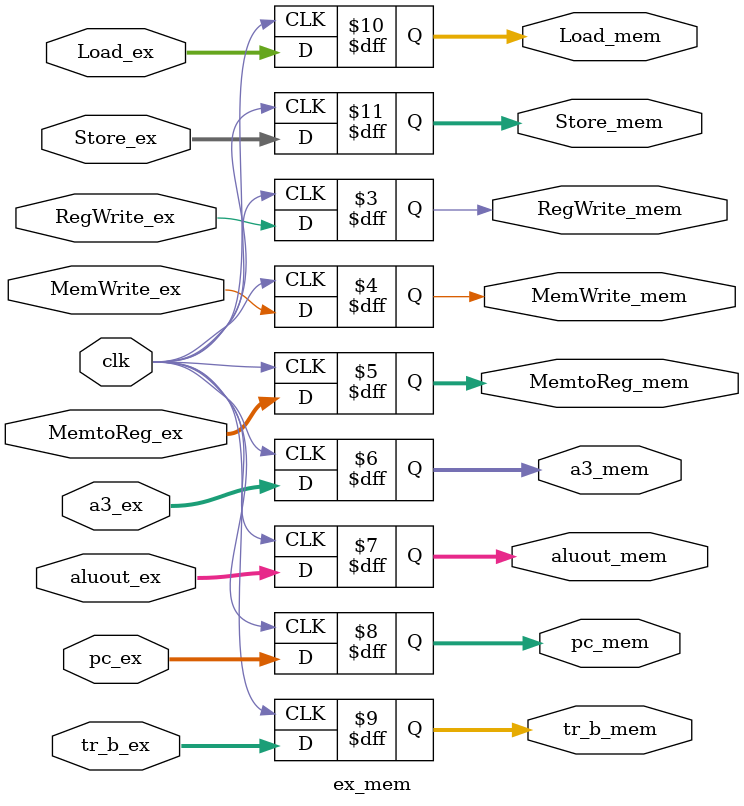
<source format=v>
`timescale 1ns / 1ps
module ex_mem(
	input  clk,
	input  RegWrite_ex,
	input  MemWrite_ex,
	input  [1:0]MemtoReg_ex,
	input  [4:0]a3_ex,
	input  [31:0]pc_ex,aluout_ex,tr_b_ex,
	input [2:0]Load_ex,
	input [1:0]Store_ex,
/*=========================================================================================================*/
	output reg RegWrite_mem,
	output reg MemWrite_mem,
	output reg [1:0]MemtoReg_mem,
	output reg [4:0]a3_mem,
	output reg [31:0]aluout_mem,pc_mem,tr_b_mem,
	output reg [2:0]Load_mem,
	output reg[1:0]Store_mem
    );
/*=========================================================================================================*/
	initial
	begin
		RegWrite_mem<=0;
		MemWrite_mem<=0;
		MemtoReg_mem<=0;
		a3_mem<=0;
		aluout_mem<=0;
		pc_mem<=0;
		tr_b_mem<=0;
		Load_mem<=0;
		Store_mem<=0;
	end
/*=========================================================================================================*/
	always@(posedge clk)	
	begin
		RegWrite_mem<=RegWrite_ex;
		MemWrite_mem<=MemWrite_ex;
		MemtoReg_mem<=MemtoReg_ex;
		a3_mem<=a3_ex;
		aluout_mem<=aluout_ex;
		pc_mem<=pc_ex;
		tr_b_mem<=tr_b_ex;
		Load_mem<=Load_ex;
		Store_mem<=Store_ex;
	end
/*=========================================================================================================*/
endmodule

</source>
